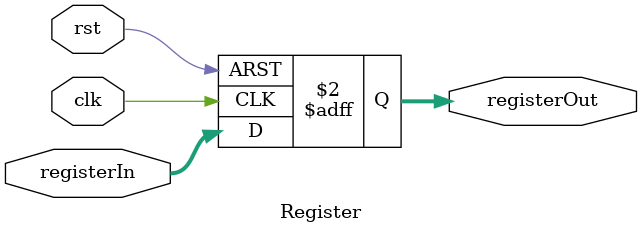
<source format=v>
module Register(
	
	//inputs
	input[31:0] registerIn,
	input clk,
	input rst,
	
	//output 
	output reg[31:0] registerOut
);


	always @ (posedge clk or posedge rst) begin
			
			if(rst)
				registerOut <= 0;
			else
				registerOut <= registerIn;
	end	
endmodule

</source>
